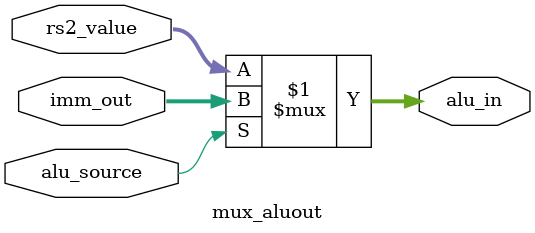
<source format=sv>
`timescale 1ns / 1ps

module mux_aluout #(parameter s=32) (input bit[s-1:0]rs2_value,imm_out, input bit alu_source, output bit[s-1:0] alu_in);
assign alu_in=alu_source?imm_out : rs2_value;
endmodule

</source>
